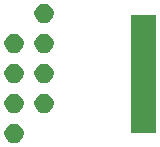
<source format=gbr>
G04 #@! TF.GenerationSoftware,KiCad,Pcbnew,(5.0.2)-1*
G04 #@! TF.CreationDate,2019-01-13T21:29:39+01:00*
G04 #@! TF.ProjectId,opi_nrf24,6f70695f-6e72-4663-9234-2e6b69636164,rev?*
G04 #@! TF.SameCoordinates,Original*
G04 #@! TF.FileFunction,Soldermask,Top*
G04 #@! TF.FilePolarity,Negative*
%FSLAX46Y46*%
G04 Gerber Fmt 4.6, Leading zero omitted, Abs format (unit mm)*
G04 Created by KiCad (PCBNEW (5.0.2)-1) date 13/01/2019 21:29:39*
%MOMM*%
%LPD*%
G01*
G04 APERTURE LIST*
%ADD10C,0.100000*%
G04 APERTURE END LIST*
D10*
G36*
X179307142Y-86213242D02*
X179455102Y-86274530D01*
X179588258Y-86363502D01*
X179701498Y-86476742D01*
X179790470Y-86609898D01*
X179851758Y-86757858D01*
X179883000Y-86914925D01*
X179883000Y-87075075D01*
X179851758Y-87232142D01*
X179790470Y-87380102D01*
X179701498Y-87513258D01*
X179588258Y-87626498D01*
X179455102Y-87715470D01*
X179307142Y-87776758D01*
X179150075Y-87808000D01*
X178989925Y-87808000D01*
X178832858Y-87776758D01*
X178684898Y-87715470D01*
X178551742Y-87626498D01*
X178438502Y-87513258D01*
X178349530Y-87380102D01*
X178288242Y-87232142D01*
X178257000Y-87075075D01*
X178257000Y-86914925D01*
X178288242Y-86757858D01*
X178349530Y-86609898D01*
X178438502Y-86476742D01*
X178551742Y-86363502D01*
X178684898Y-86274530D01*
X178832858Y-86213242D01*
X178989925Y-86182000D01*
X179150075Y-86182000D01*
X179307142Y-86213242D01*
X179307142Y-86213242D01*
G37*
G36*
X191106000Y-86956000D02*
X189004000Y-86956000D01*
X189004000Y-76964000D01*
X191106000Y-76964000D01*
X191106000Y-86956000D01*
X191106000Y-86956000D01*
G37*
G36*
X181847142Y-83673242D02*
X181995102Y-83734530D01*
X182128258Y-83823502D01*
X182241498Y-83936742D01*
X182330470Y-84069898D01*
X182391758Y-84217858D01*
X182423000Y-84374925D01*
X182423000Y-84535075D01*
X182391758Y-84692142D01*
X182330470Y-84840102D01*
X182241498Y-84973258D01*
X182128258Y-85086498D01*
X181995102Y-85175470D01*
X181847142Y-85236758D01*
X181690075Y-85268000D01*
X181529925Y-85268000D01*
X181372858Y-85236758D01*
X181224898Y-85175470D01*
X181091742Y-85086498D01*
X180978502Y-84973258D01*
X180889530Y-84840102D01*
X180828242Y-84692142D01*
X180797000Y-84535075D01*
X180797000Y-84374925D01*
X180828242Y-84217858D01*
X180889530Y-84069898D01*
X180978502Y-83936742D01*
X181091742Y-83823502D01*
X181224898Y-83734530D01*
X181372858Y-83673242D01*
X181529925Y-83642000D01*
X181690075Y-83642000D01*
X181847142Y-83673242D01*
X181847142Y-83673242D01*
G37*
G36*
X179307142Y-83673242D02*
X179455102Y-83734530D01*
X179588258Y-83823502D01*
X179701498Y-83936742D01*
X179790470Y-84069898D01*
X179851758Y-84217858D01*
X179883000Y-84374925D01*
X179883000Y-84535075D01*
X179851758Y-84692142D01*
X179790470Y-84840102D01*
X179701498Y-84973258D01*
X179588258Y-85086498D01*
X179455102Y-85175470D01*
X179307142Y-85236758D01*
X179150075Y-85268000D01*
X178989925Y-85268000D01*
X178832858Y-85236758D01*
X178684898Y-85175470D01*
X178551742Y-85086498D01*
X178438502Y-84973258D01*
X178349530Y-84840102D01*
X178288242Y-84692142D01*
X178257000Y-84535075D01*
X178257000Y-84374925D01*
X178288242Y-84217858D01*
X178349530Y-84069898D01*
X178438502Y-83936742D01*
X178551742Y-83823502D01*
X178684898Y-83734530D01*
X178832858Y-83673242D01*
X178989925Y-83642000D01*
X179150075Y-83642000D01*
X179307142Y-83673242D01*
X179307142Y-83673242D01*
G37*
G36*
X179307142Y-81133242D02*
X179455102Y-81194530D01*
X179588258Y-81283502D01*
X179701498Y-81396742D01*
X179790470Y-81529898D01*
X179851758Y-81677858D01*
X179883000Y-81834925D01*
X179883000Y-81995075D01*
X179851758Y-82152142D01*
X179790470Y-82300102D01*
X179701498Y-82433258D01*
X179588258Y-82546498D01*
X179455102Y-82635470D01*
X179307142Y-82696758D01*
X179150075Y-82728000D01*
X178989925Y-82728000D01*
X178832858Y-82696758D01*
X178684898Y-82635470D01*
X178551742Y-82546498D01*
X178438502Y-82433258D01*
X178349530Y-82300102D01*
X178288242Y-82152142D01*
X178257000Y-81995075D01*
X178257000Y-81834925D01*
X178288242Y-81677858D01*
X178349530Y-81529898D01*
X178438502Y-81396742D01*
X178551742Y-81283502D01*
X178684898Y-81194530D01*
X178832858Y-81133242D01*
X178989925Y-81102000D01*
X179150075Y-81102000D01*
X179307142Y-81133242D01*
X179307142Y-81133242D01*
G37*
G36*
X181847142Y-81133242D02*
X181995102Y-81194530D01*
X182128258Y-81283502D01*
X182241498Y-81396742D01*
X182330470Y-81529898D01*
X182391758Y-81677858D01*
X182423000Y-81834925D01*
X182423000Y-81995075D01*
X182391758Y-82152142D01*
X182330470Y-82300102D01*
X182241498Y-82433258D01*
X182128258Y-82546498D01*
X181995102Y-82635470D01*
X181847142Y-82696758D01*
X181690075Y-82728000D01*
X181529925Y-82728000D01*
X181372858Y-82696758D01*
X181224898Y-82635470D01*
X181091742Y-82546498D01*
X180978502Y-82433258D01*
X180889530Y-82300102D01*
X180828242Y-82152142D01*
X180797000Y-81995075D01*
X180797000Y-81834925D01*
X180828242Y-81677858D01*
X180889530Y-81529898D01*
X180978502Y-81396742D01*
X181091742Y-81283502D01*
X181224898Y-81194530D01*
X181372858Y-81133242D01*
X181529925Y-81102000D01*
X181690075Y-81102000D01*
X181847142Y-81133242D01*
X181847142Y-81133242D01*
G37*
G36*
X181847142Y-78593242D02*
X181995102Y-78654530D01*
X182128258Y-78743502D01*
X182241498Y-78856742D01*
X182330470Y-78989898D01*
X182391758Y-79137858D01*
X182423000Y-79294925D01*
X182423000Y-79455075D01*
X182391758Y-79612142D01*
X182330470Y-79760102D01*
X182241498Y-79893258D01*
X182128258Y-80006498D01*
X181995102Y-80095470D01*
X181847142Y-80156758D01*
X181690075Y-80188000D01*
X181529925Y-80188000D01*
X181372858Y-80156758D01*
X181224898Y-80095470D01*
X181091742Y-80006498D01*
X180978502Y-79893258D01*
X180889530Y-79760102D01*
X180828242Y-79612142D01*
X180797000Y-79455075D01*
X180797000Y-79294925D01*
X180828242Y-79137858D01*
X180889530Y-78989898D01*
X180978502Y-78856742D01*
X181091742Y-78743502D01*
X181224898Y-78654530D01*
X181372858Y-78593242D01*
X181529925Y-78562000D01*
X181690075Y-78562000D01*
X181847142Y-78593242D01*
X181847142Y-78593242D01*
G37*
G36*
X179307142Y-78593242D02*
X179455102Y-78654530D01*
X179588258Y-78743502D01*
X179701498Y-78856742D01*
X179790470Y-78989898D01*
X179851758Y-79137858D01*
X179883000Y-79294925D01*
X179883000Y-79455075D01*
X179851758Y-79612142D01*
X179790470Y-79760102D01*
X179701498Y-79893258D01*
X179588258Y-80006498D01*
X179455102Y-80095470D01*
X179307142Y-80156758D01*
X179150075Y-80188000D01*
X178989925Y-80188000D01*
X178832858Y-80156758D01*
X178684898Y-80095470D01*
X178551742Y-80006498D01*
X178438502Y-79893258D01*
X178349530Y-79760102D01*
X178288242Y-79612142D01*
X178257000Y-79455075D01*
X178257000Y-79294925D01*
X178288242Y-79137858D01*
X178349530Y-78989898D01*
X178438502Y-78856742D01*
X178551742Y-78743502D01*
X178684898Y-78654530D01*
X178832858Y-78593242D01*
X178989925Y-78562000D01*
X179150075Y-78562000D01*
X179307142Y-78593242D01*
X179307142Y-78593242D01*
G37*
G36*
X181847142Y-76053242D02*
X181995102Y-76114530D01*
X182128258Y-76203502D01*
X182241498Y-76316742D01*
X182330470Y-76449898D01*
X182391758Y-76597858D01*
X182423000Y-76754925D01*
X182423000Y-76915075D01*
X182391758Y-77072142D01*
X182330470Y-77220102D01*
X182241498Y-77353258D01*
X182128258Y-77466498D01*
X181995102Y-77555470D01*
X181847142Y-77616758D01*
X181690075Y-77648000D01*
X181529925Y-77648000D01*
X181372858Y-77616758D01*
X181224898Y-77555470D01*
X181091742Y-77466498D01*
X180978502Y-77353258D01*
X180889530Y-77220102D01*
X180828242Y-77072142D01*
X180797000Y-76915075D01*
X180797000Y-76754925D01*
X180828242Y-76597858D01*
X180889530Y-76449898D01*
X180978502Y-76316742D01*
X181091742Y-76203502D01*
X181224898Y-76114530D01*
X181372858Y-76053242D01*
X181529925Y-76022000D01*
X181690075Y-76022000D01*
X181847142Y-76053242D01*
X181847142Y-76053242D01*
G37*
M02*

</source>
